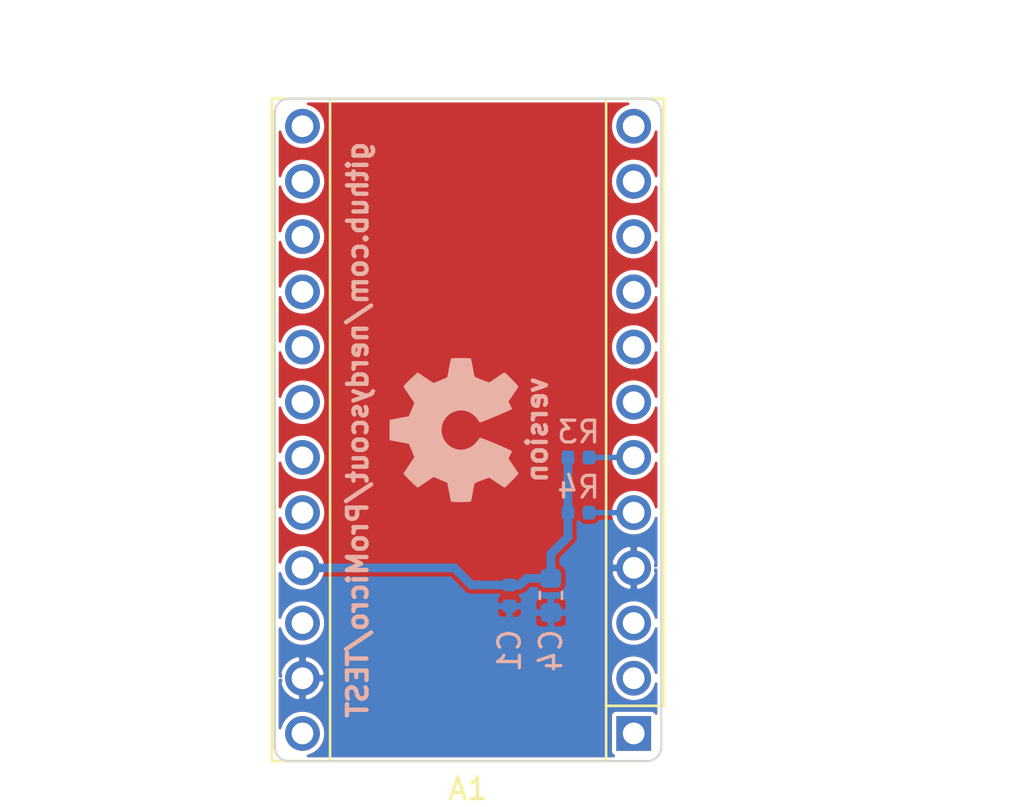
<source format=kicad_pcb>
(kicad_pcb (version 20171130) (host pcbnew 5.1.5)

  (general
    (thickness 0.8)
    (drawings 62)
    (tracks 12)
    (zones 0)
    (modules 6)
    (nets 5)
  )

  (page A4)
  (title_block
    (title ProMicro_TEST)
    (date 2020-07-12)
    (rev v1.0)
    (company https://twitter.com/nerdyscout84)
    (comment 1 "CERN Open Hardware Licence v1.2 ")
    (comment 2 http://github.com/nerdyscout/ProMicro)
  )

  (layers
    (0 F.Cu mixed)
    (31 B.Cu mixed)
    (32 B.Adhes user)
    (33 F.Adhes user)
    (34 B.Paste user)
    (35 F.Paste user)
    (36 B.SilkS user)
    (37 F.SilkS user)
    (38 B.Mask user)
    (39 F.Mask user)
    (40 Dwgs.User user)
    (41 Cmts.User user)
    (42 Eco1.User user)
    (43 Eco2.User user)
    (44 Edge.Cuts user)
    (45 Margin user)
    (46 B.CrtYd user)
    (47 F.CrtYd user)
    (48 B.Fab user)
    (49 F.Fab user)
  )

  (setup
    (last_trace_width 0.25)
    (user_trace_width 0.1)
    (user_trace_width 0.2)
    (user_trace_width 0.25)
    (user_trace_width 0.4)
    (trace_clearance 0.2)
    (zone_clearance 0.125)
    (zone_45_only no)
    (trace_min 0.1)
    (via_size 0.5)
    (via_drill 0.2)
    (via_min_size 0.45)
    (via_min_drill 0.2)
    (user_via 0.45 0.2)
    (user_via 0.5 0.2)
    (user_via 0.6 0.3)
    (uvia_size 0.3)
    (uvia_drill 0.1)
    (uvias_allowed no)
    (uvia_min_size 0.2)
    (uvia_min_drill 0.1)
    (edge_width 0.05)
    (segment_width 0.2)
    (pcb_text_width 0.3)
    (pcb_text_size 1.5 1.5)
    (mod_edge_width 0.12)
    (mod_text_size 1 1)
    (mod_text_width 0.15)
    (pad_size 1.524 1.524)
    (pad_drill 0.762)
    (pad_to_mask_clearance 0)
    (aux_axis_origin 152.4 114.3)
    (grid_origin 152.4 114.3)
    (visible_elements FFFFFF7F)
    (pcbplotparams
      (layerselection 0x010fc_ffffffff)
      (usegerberextensions false)
      (usegerberattributes false)
      (usegerberadvancedattributes false)
      (creategerberjobfile false)
      (excludeedgelayer true)
      (linewidth 0.100000)
      (plotframeref false)
      (viasonmask false)
      (mode 1)
      (useauxorigin false)
      (hpglpennumber 1)
      (hpglpenspeed 20)
      (hpglpendiameter 15.000000)
      (psnegative false)
      (psa4output false)
      (plotreference true)
      (plotvalue true)
      (plotinvisibletext false)
      (padsonsilk false)
      (subtractmaskfromsilk false)
      (outputformat 1)
      (mirror false)
      (drillshape 1)
      (scaleselection 1)
      (outputdirectory ""))
  )

  (net 0 "")
  (net 1 GND)
  (net 2 +3V3)
  (net 3 SCL)
  (net 4 SDA)

  (net_class Default "This is the default net class."
    (clearance 0.2)
    (trace_width 0.25)
    (via_dia 0.5)
    (via_drill 0.2)
    (uvia_dia 0.3)
    (uvia_drill 0.1)
    (add_net SCL)
    (add_net SDA)
  )

  (net_class Power ""
    (clearance 0.2)
    (trace_width 0.4)
    (via_dia 0.6)
    (via_drill 0.3)
    (uvia_dia 0.3)
    (uvia_drill 0.1)
    (add_net +3V3)
    (add_net GND)
  )

  (net_class small ""
    (clearance 0.2)
    (trace_width 0.2)
    (via_dia 0.5)
    (via_drill 0.2)
    (uvia_dia 0.3)
    (uvia_drill 0.1)
  )

  (net_class tiny ""
    (clearance 0.1)
    (trace_width 0.1)
    (via_dia 0.45)
    (via_drill 0.2)
    (uvia_dia 0.3)
    (uvia_drill 0.1)
  )

  (module Module:Sparkfun_Pro_Micro (layer F.Cu) (tedit 5D5AC4F8) (tstamp 5F2FAF60)
    (at 152.4 114.3 180)
    (descr "Sparkfun Pro Micro, https://www.sparkfun.com/products/12587")
    (tags "Sparkfun Pro Micro")
    (path /5F266A14)
    (fp_text reference A1 (at 7.62 -2.54) (layer F.SilkS)
      (effects (font (size 1 1) (thickness 0.15)))
    )
    (fp_text value Sparkfun_Pro_Micro_3V3 (at 8.89 13.97 90) (layer F.Fab)
      (effects (font (size 1 1) (thickness 0.15)))
    )
    (fp_text user %R (at 6.096 13.97 90) (layer F.Fab)
      (effects (font (size 1 1) (thickness 0.15)))
    )
    (fp_line (start -1.4 1.27) (end -1.4 29.21) (layer F.SilkS) (width 0.12))
    (fp_line (start 13.97 -1.27) (end 13.97 29.21) (layer F.SilkS) (width 0.12))
    (fp_line (start 1.27 1.27) (end -1.4 1.27) (layer F.SilkS) (width 0.12))
    (fp_line (start 1.27 -1.27) (end 1.27 29.21) (layer F.SilkS) (width 0.12))
    (fp_line (start -1.4 29.21) (end 16.64 29.21) (layer F.SilkS) (width 0.12))
    (fp_line (start 16.64 29.21) (end 16.64 -1.27) (layer F.SilkS) (width 0.12))
    (fp_line (start 16.64 -1.27) (end 1.27 -1.27) (layer F.SilkS) (width 0.12))
    (fp_line (start 16.5 29.05) (end -1.27 29.05) (layer F.Fab) (width 0.1))
    (fp_line (start -1.27 29.05) (end -1.27 -0.6) (layer F.Fab) (width 0.1))
    (fp_line (start -0.8 -1.1) (end -1.27 -0.6) (layer F.Fab) (width 0.1))
    (fp_line (start -0.8 -1.1) (end 16.5 -1.1) (layer F.Fab) (width 0.1))
    (fp_line (start 16.5 -1.1) (end 16.5 29.05) (layer F.Fab) (width 0.1))
    (fp_line (start -1.5 -1.5) (end 16.8 -1.5) (layer F.CrtYd) (width 0.05))
    (fp_line (start -1.5 -1.5) (end -1.5 29.3) (layer F.CrtYd) (width 0.05))
    (fp_line (start 16.8 29.3) (end 16.8 -1.5) (layer F.CrtYd) (width 0.05))
    (fp_line (start 16.8 29.3) (end -1.5 29.3) (layer F.CrtYd) (width 0.05))
    (pad 24 thru_hole oval (at 15.24 0 180) (size 1.6 1.6) (drill 1) (layers *.Cu *.Mask))
    (pad 23 thru_hole oval (at 15.24 2.54 180) (size 1.6 1.6) (drill 1) (layers *.Cu *.Mask)
      (net 1 GND))
    (pad 22 thru_hole oval (at 15.24 5.08 180) (size 1.6 1.6) (drill 1) (layers *.Cu *.Mask))
    (pad 12 thru_hole oval (at 0 27.94 180) (size 1.6 1.6) (drill 1) (layers *.Cu *.Mask))
    (pad 21 thru_hole oval (at 15.24 7.62 180) (size 1.6 1.6) (drill 1) (layers *.Cu *.Mask)
      (net 2 +3V3))
    (pad 11 thru_hole oval (at 0 25.4 180) (size 1.6 1.6) (drill 1) (layers *.Cu *.Mask))
    (pad 20 thru_hole oval (at 15.24 10.16 180) (size 1.6 1.6) (drill 1) (layers *.Cu *.Mask))
    (pad 10 thru_hole oval (at 0 22.86 180) (size 1.6 1.6) (drill 1) (layers *.Cu *.Mask))
    (pad 19 thru_hole oval (at 15.24 12.7 180) (size 1.6 1.6) (drill 1) (layers *.Cu *.Mask))
    (pad 9 thru_hole oval (at 0 20.32 180) (size 1.6 1.6) (drill 1) (layers *.Cu *.Mask))
    (pad 18 thru_hole oval (at 15.24 15.24 180) (size 1.6 1.6) (drill 1) (layers *.Cu *.Mask))
    (pad 8 thru_hole oval (at 0 17.78 180) (size 1.6 1.6) (drill 1) (layers *.Cu *.Mask))
    (pad 17 thru_hole oval (at 15.24 17.78 180) (size 1.6 1.6) (drill 1) (layers *.Cu *.Mask))
    (pad 7 thru_hole oval (at 0 15.24 180) (size 1.6 1.6) (drill 1) (layers *.Cu *.Mask))
    (pad 16 thru_hole oval (at 15.24 20.32 180) (size 1.6 1.6) (drill 1) (layers *.Cu *.Mask))
    (pad 6 thru_hole oval (at 0 12.7 180) (size 1.6 1.6) (drill 1) (layers *.Cu *.Mask)
      (net 3 SCL))
    (pad 15 thru_hole oval (at 15.24 22.86 180) (size 1.6 1.6) (drill 1) (layers *.Cu *.Mask))
    (pad 5 thru_hole oval (at 0 10.16 180) (size 1.6 1.6) (drill 1) (layers *.Cu *.Mask)
      (net 4 SDA))
    (pad 14 thru_hole oval (at 15.24 25.4 180) (size 1.6 1.6) (drill 1) (layers *.Cu *.Mask))
    (pad 4 thru_hole oval (at 0 7.62 180) (size 1.6 1.6) (drill 1) (layers *.Cu *.Mask)
      (net 1 GND))
    (pad 13 thru_hole oval (at 15.24 27.94 180) (size 1.6 1.6) (drill 1) (layers *.Cu *.Mask))
    (pad 3 thru_hole oval (at 0 5.08 180) (size 1.6 1.6) (drill 1) (layers *.Cu *.Mask))
    (pad 2 thru_hole oval (at 0 2.54 180) (size 1.6 1.6) (drill 1) (layers *.Cu *.Mask))
    (pad 1 thru_hole rect (at 0 0 180) (size 1.6 1.6) (drill 1) (layers *.Cu *.Mask))
    (model ${KISYS3DMOD}/Module.3dshapes/Sparkfun_Pro_Micro.wrl
      (at (xyz 0 0 0))
      (scale (xyz 1 1 1))
      (rotate (xyz 0 0 0))
    )
  )

  (module Symbol:OSHW-Symbol_6.7x6mm_SilkScreen (layer B.Cu) (tedit 0) (tstamp 5E6C9073)
    (at 144.145 100.33 270)
    (descr "Open Source Hardware Symbol")
    (tags "Logo Symbol OSHW")
    (path /5E25FD05)
    (attr virtual)
    (fp_text reference LOGO1 (at 0 0 90) (layer B.SilkS) hide
      (effects (font (size 1 1) (thickness 0.15)) (justify mirror))
    )
    (fp_text value Logo_Open_Hardware_Small (at 0.75 0 90) (layer B.Fab) hide
      (effects (font (size 1 1) (thickness 0.15)) (justify mirror))
    )
    (fp_poly (pts (xy 0.555814 2.531069) (xy 0.639635 2.086445) (xy 0.94892 1.958947) (xy 1.258206 1.831449)
      (xy 1.629246 2.083754) (xy 1.733157 2.154004) (xy 1.827087 2.216728) (xy 1.906652 2.269062)
      (xy 1.96747 2.308143) (xy 2.005157 2.331107) (xy 2.015421 2.336058) (xy 2.03391 2.323324)
      (xy 2.07342 2.288118) (xy 2.129522 2.234938) (xy 2.197787 2.168282) (xy 2.273786 2.092646)
      (xy 2.353092 2.012528) (xy 2.431275 1.932426) (xy 2.503907 1.856836) (xy 2.566559 1.790255)
      (xy 2.614803 1.737182) (xy 2.64421 1.702113) (xy 2.651241 1.690377) (xy 2.641123 1.66874)
      (xy 2.612759 1.621338) (xy 2.569129 1.552807) (xy 2.513218 1.467785) (xy 2.448006 1.370907)
      (xy 2.410219 1.31565) (xy 2.341343 1.214752) (xy 2.28014 1.123701) (xy 2.229578 1.04703)
      (xy 2.192628 0.989272) (xy 2.172258 0.954957) (xy 2.169197 0.947746) (xy 2.176136 0.927252)
      (xy 2.195051 0.879487) (xy 2.223087 0.811168) (xy 2.257391 0.729011) (xy 2.295109 0.63973)
      (xy 2.333387 0.550042) (xy 2.36937 0.466662) (xy 2.400206 0.396306) (xy 2.423039 0.34569)
      (xy 2.435017 0.321529) (xy 2.435724 0.320578) (xy 2.454531 0.315964) (xy 2.504618 0.305672)
      (xy 2.580793 0.290713) (xy 2.677865 0.272099) (xy 2.790643 0.250841) (xy 2.856442 0.238582)
      (xy 2.97695 0.215638) (xy 3.085797 0.193805) (xy 3.177476 0.174278) (xy 3.246481 0.158252)
      (xy 3.287304 0.146921) (xy 3.295511 0.143326) (xy 3.303548 0.118994) (xy 3.310033 0.064041)
      (xy 3.31497 -0.015108) (xy 3.318364 -0.112026) (xy 3.320218 -0.220287) (xy 3.320538 -0.333465)
      (xy 3.319327 -0.445135) (xy 3.31659 -0.548868) (xy 3.312331 -0.638241) (xy 3.306555 -0.706826)
      (xy 3.299267 -0.748197) (xy 3.294895 -0.75681) (xy 3.268764 -0.767133) (xy 3.213393 -0.781892)
      (xy 3.136107 -0.799352) (xy 3.04423 -0.81778) (xy 3.012158 -0.823741) (xy 2.857524 -0.852066)
      (xy 2.735375 -0.874876) (xy 2.641673 -0.89308) (xy 2.572384 -0.907583) (xy 2.523471 -0.919292)
      (xy 2.490897 -0.929115) (xy 2.470628 -0.937956) (xy 2.458626 -0.946724) (xy 2.456947 -0.948457)
      (xy 2.440184 -0.976371) (xy 2.414614 -1.030695) (xy 2.382788 -1.104777) (xy 2.34726 -1.191965)
      (xy 2.310583 -1.285608) (xy 2.275311 -1.379052) (xy 2.243996 -1.465647) (xy 2.219193 -1.53874)
      (xy 2.203454 -1.591678) (xy 2.199332 -1.617811) (xy 2.199676 -1.618726) (xy 2.213641 -1.640086)
      (xy 2.245322 -1.687084) (xy 2.291391 -1.754827) (xy 2.348518 -1.838423) (xy 2.413373 -1.932982)
      (xy 2.431843 -1.959854) (xy 2.497699 -2.057275) (xy 2.55565 -2.146163) (xy 2.602538 -2.221412)
      (xy 2.635207 -2.27792) (xy 2.6505 -2.310581) (xy 2.651241 -2.314593) (xy 2.638392 -2.335684)
      (xy 2.602888 -2.377464) (xy 2.549293 -2.435445) (xy 2.482171 -2.505135) (xy 2.406087 -2.582045)
      (xy 2.325604 -2.661683) (xy 2.245287 -2.739561) (xy 2.169699 -2.811186) (xy 2.103405 -2.87207)
      (xy 2.050969 -2.917721) (xy 2.016955 -2.94365) (xy 2.007545 -2.947883) (xy 1.985643 -2.937912)
      (xy 1.9408 -2.91102) (xy 1.880321 -2.871736) (xy 1.833789 -2.840117) (xy 1.749475 -2.782098)
      (xy 1.649626 -2.713784) (xy 1.549473 -2.645579) (xy 1.495627 -2.609075) (xy 1.313371 -2.4858)
      (xy 1.160381 -2.56852) (xy 1.090682 -2.604759) (xy 1.031414 -2.632926) (xy 0.991311 -2.648991)
      (xy 0.981103 -2.651226) (xy 0.968829 -2.634722) (xy 0.944613 -2.588082) (xy 0.910263 -2.515609)
      (xy 0.867588 -2.421606) (xy 0.818394 -2.310374) (xy 0.76449 -2.186215) (xy 0.707684 -2.053432)
      (xy 0.649782 -1.916327) (xy 0.592593 -1.779202) (xy 0.537924 -1.646358) (xy 0.487584 -1.522098)
      (xy 0.44338 -1.410725) (xy 0.407119 -1.316539) (xy 0.380609 -1.243844) (xy 0.365658 -1.196941)
      (xy 0.363254 -1.180833) (xy 0.382311 -1.160286) (xy 0.424036 -1.126933) (xy 0.479706 -1.087702)
      (xy 0.484378 -1.084599) (xy 0.628264 -0.969423) (xy 0.744283 -0.835053) (xy 0.83143 -0.685784)
      (xy 0.888699 -0.525913) (xy 0.915086 -0.359737) (xy 0.909585 -0.191552) (xy 0.87119 -0.025655)
      (xy 0.798895 0.133658) (xy 0.777626 0.168513) (xy 0.666996 0.309263) (xy 0.536302 0.422286)
      (xy 0.390064 0.506997) (xy 0.232808 0.562806) (xy 0.069057 0.589126) (xy -0.096667 0.58537)
      (xy -0.259838 0.55095) (xy -0.415935 0.485277) (xy -0.560433 0.387765) (xy -0.605131 0.348187)
      (xy -0.718888 0.224297) (xy -0.801782 0.093876) (xy -0.858644 -0.052315) (xy -0.890313 -0.197088)
      (xy -0.898131 -0.35986) (xy -0.872062 -0.52344) (xy -0.814755 -0.682298) (xy -0.728856 -0.830906)
      (xy -0.617014 -0.963735) (xy -0.481877 -1.075256) (xy -0.464117 -1.087011) (xy -0.40785 -1.125508)
      (xy -0.365077 -1.158863) (xy -0.344628 -1.18016) (xy -0.344331 -1.180833) (xy -0.348721 -1.203871)
      (xy -0.366124 -1.256157) (xy -0.394732 -1.33339) (xy -0.432735 -1.431268) (xy -0.478326 -1.545491)
      (xy -0.529697 -1.671758) (xy -0.585038 -1.805767) (xy -0.642542 -1.943218) (xy -0.700399 -2.079808)
      (xy -0.756802 -2.211237) (xy -0.809942 -2.333205) (xy -0.85801 -2.441409) (xy -0.899199 -2.531549)
      (xy -0.931699 -2.599323) (xy -0.953703 -2.64043) (xy -0.962564 -2.651226) (xy -0.98964 -2.642819)
      (xy -1.040303 -2.620272) (xy -1.105817 -2.587613) (xy -1.141841 -2.56852) (xy -1.294832 -2.4858)
      (xy -1.477088 -2.609075) (xy -1.570125 -2.672228) (xy -1.671985 -2.741727) (xy -1.767438 -2.807165)
      (xy -1.81525 -2.840117) (xy -1.882495 -2.885273) (xy -1.939436 -2.921057) (xy -1.978646 -2.942938)
      (xy -1.991381 -2.947563) (xy -2.009917 -2.935085) (xy -2.050941 -2.900252) (xy -2.110475 -2.846678)
      (xy -2.184542 -2.777983) (xy -2.269165 -2.697781) (xy -2.322685 -2.646286) (xy -2.416319 -2.554286)
      (xy -2.497241 -2.471999) (xy -2.562177 -2.402945) (xy -2.607858 -2.350644) (xy -2.631011 -2.318616)
      (xy -2.633232 -2.312116) (xy -2.622924 -2.287394) (xy -2.594439 -2.237405) (xy -2.550937 -2.167212)
      (xy -2.495577 -2.081875) (xy -2.43152 -1.986456) (xy -2.413303 -1.959854) (xy -2.346927 -1.863167)
      (xy -2.287378 -1.776117) (xy -2.237984 -1.703595) (xy -2.202075 -1.650493) (xy -2.182981 -1.621703)
      (xy -2.181136 -1.618726) (xy -2.183895 -1.595782) (xy -2.198538 -1.545336) (xy -2.222513 -1.474041)
      (xy -2.253266 -1.388547) (xy -2.288244 -1.295507) (xy -2.324893 -1.201574) (xy -2.360661 -1.113399)
      (xy -2.392994 -1.037634) (xy -2.419338 -0.980931) (xy -2.437142 -0.949943) (xy -2.438407 -0.948457)
      (xy -2.449294 -0.939601) (xy -2.467682 -0.930843) (xy -2.497606 -0.921277) (xy -2.543103 -0.909996)
      (xy -2.608209 -0.896093) (xy -2.696961 -0.878663) (xy -2.813393 -0.856798) (xy -2.961542 -0.829591)
      (xy -2.993618 -0.823741) (xy -3.088686 -0.805374) (xy -3.171565 -0.787405) (xy -3.23493 -0.771569)
      (xy -3.271458 -0.7596) (xy -3.276356 -0.75681) (xy -3.284427 -0.732072) (xy -3.290987 -0.67679)
      (xy -3.296033 -0.597389) (xy -3.299559 -0.500296) (xy -3.301561 -0.391938) (xy -3.302036 -0.27874)
      (xy -3.300977 -0.167128) (xy -3.298382 -0.063529) (xy -3.294246 0.025632) (xy -3.288563 0.093928)
      (xy -3.281331 0.134934) (xy -3.276971 0.143326) (xy -3.252698 0.151792) (xy -3.197426 0.165565)
      (xy -3.116662 0.18345) (xy -3.015912 0.204252) (xy -2.900683 0.226777) (xy -2.837902 0.238582)
      (xy -2.718787 0.260849) (xy -2.612565 0.281021) (xy -2.524427 0.298085) (xy -2.459566 0.311031)
      (xy -2.423174 0.318845) (xy -2.417184 0.320578) (xy -2.407061 0.34011) (xy -2.385662 0.387157)
      (xy -2.355839 0.454997) (xy -2.320445 0.536909) (xy -2.282332 0.626172) (xy -2.244353 0.716065)
      (xy -2.20936 0.799865) (xy -2.180206 0.870853) (xy -2.159743 0.922306) (xy -2.150823 0.947503)
      (xy -2.150657 0.948604) (xy -2.160769 0.968481) (xy -2.189117 1.014223) (xy -2.232723 1.081283)
      (xy -2.288606 1.165116) (xy -2.353787 1.261174) (xy -2.391679 1.31635) (xy -2.460725 1.417519)
      (xy -2.52205 1.50937) (xy -2.572663 1.587256) (xy -2.609571 1.646531) (xy -2.629782 1.682549)
      (xy -2.632701 1.690623) (xy -2.620153 1.709416) (xy -2.585463 1.749543) (xy -2.533063 1.806507)
      (xy -2.467384 1.875815) (xy -2.392856 1.952969) (xy -2.313913 2.033475) (xy -2.234983 2.112837)
      (xy -2.1605 2.18656) (xy -2.094894 2.250148) (xy -2.042596 2.299106) (xy -2.008039 2.328939)
      (xy -1.996478 2.336058) (xy -1.977654 2.326047) (xy -1.932631 2.297922) (xy -1.865787 2.254546)
      (xy -1.781499 2.198782) (xy -1.684144 2.133494) (xy -1.610707 2.083754) (xy -1.239667 1.831449)
      (xy -0.621095 2.086445) (xy -0.537275 2.531069) (xy -0.453454 2.975693) (xy 0.471994 2.975693)
      (xy 0.555814 2.531069)) (layer B.SilkS) (width 0.01))
  )

  (module Resistor_SMD:R_0402_1005Metric (layer B.Cu) (tedit 5B301BBD) (tstamp 5E6C9237)
    (at 149.86 104.14 180)
    (descr "Resistor SMD 0402 (1005 Metric), square (rectangular) end terminal, IPC_7351 nominal, (Body size source: http://www.tortai-tech.com/upload/download/2011102023233369053.pdf), generated with kicad-footprint-generator")
    (tags resistor)
    (path /5E1CCA3B)
    (attr smd)
    (fp_text reference R4 (at 0 1.17) (layer B.SilkS)
      (effects (font (size 1 1) (thickness 0.15)) (justify mirror))
    )
    (fp_text value 4k7 (at 0 -1.17) (layer B.Fab) hide
      (effects (font (size 1 1) (thickness 0.15)) (justify mirror))
    )
    (fp_text user %R (at 0 0) (layer B.Fab)
      (effects (font (size 0.25 0.25) (thickness 0.04)) (justify mirror))
    )
    (fp_line (start 0.93 -0.47) (end -0.93 -0.47) (layer B.CrtYd) (width 0.05))
    (fp_line (start 0.93 0.47) (end 0.93 -0.47) (layer B.CrtYd) (width 0.05))
    (fp_line (start -0.93 0.47) (end 0.93 0.47) (layer B.CrtYd) (width 0.05))
    (fp_line (start -0.93 -0.47) (end -0.93 0.47) (layer B.CrtYd) (width 0.05))
    (fp_line (start 0.5 -0.25) (end -0.5 -0.25) (layer B.Fab) (width 0.1))
    (fp_line (start 0.5 0.25) (end 0.5 -0.25) (layer B.Fab) (width 0.1))
    (fp_line (start -0.5 0.25) (end 0.5 0.25) (layer B.Fab) (width 0.1))
    (fp_line (start -0.5 -0.25) (end -0.5 0.25) (layer B.Fab) (width 0.1))
    (pad 2 smd roundrect (at 0.485 0 180) (size 0.59 0.64) (layers B.Cu B.Paste B.Mask) (roundrect_rratio 0.25)
      (net 2 +3V3))
    (pad 1 smd roundrect (at -0.485 0 180) (size 0.59 0.64) (layers B.Cu B.Paste B.Mask) (roundrect_rratio 0.25)
      (net 4 SDA))
    (model ${KISYS3DMOD}/Resistor_SMD.3dshapes/R_0402_1005Metric.wrl
      (at (xyz 0 0 0))
      (scale (xyz 1 1 1))
      (rotate (xyz 0 0 0))
    )
  )

  (module Resistor_SMD:R_0402_1005Metric (layer B.Cu) (tedit 5B301BBD) (tstamp 5E6C9261)
    (at 149.86 101.6 180)
    (descr "Resistor SMD 0402 (1005 Metric), square (rectangular) end terminal, IPC_7351 nominal, (Body size source: http://www.tortai-tech.com/upload/download/2011102023233369053.pdf), generated with kicad-footprint-generator")
    (tags resistor)
    (path /5E1CDFEB)
    (attr smd)
    (fp_text reference R3 (at 0 1.17) (layer B.SilkS)
      (effects (font (size 1 1) (thickness 0.15)) (justify mirror))
    )
    (fp_text value 4k7 (at 0 -1.17) (layer B.Fab) hide
      (effects (font (size 1 1) (thickness 0.15)) (justify mirror))
    )
    (fp_text user %R (at 0 0) (layer B.Fab)
      (effects (font (size 0.25 0.25) (thickness 0.04)) (justify mirror))
    )
    (fp_line (start 0.93 -0.47) (end -0.93 -0.47) (layer B.CrtYd) (width 0.05))
    (fp_line (start 0.93 0.47) (end 0.93 -0.47) (layer B.CrtYd) (width 0.05))
    (fp_line (start -0.93 0.47) (end 0.93 0.47) (layer B.CrtYd) (width 0.05))
    (fp_line (start -0.93 -0.47) (end -0.93 0.47) (layer B.CrtYd) (width 0.05))
    (fp_line (start 0.5 -0.25) (end -0.5 -0.25) (layer B.Fab) (width 0.1))
    (fp_line (start 0.5 0.25) (end 0.5 -0.25) (layer B.Fab) (width 0.1))
    (fp_line (start -0.5 0.25) (end 0.5 0.25) (layer B.Fab) (width 0.1))
    (fp_line (start -0.5 -0.25) (end -0.5 0.25) (layer B.Fab) (width 0.1))
    (pad 2 smd roundrect (at 0.485 0 180) (size 0.59 0.64) (layers B.Cu B.Paste B.Mask) (roundrect_rratio 0.25)
      (net 2 +3V3))
    (pad 1 smd roundrect (at -0.485 0 180) (size 0.59 0.64) (layers B.Cu B.Paste B.Mask) (roundrect_rratio 0.25)
      (net 3 SCL))
    (model ${KISYS3DMOD}/Resistor_SMD.3dshapes/R_0402_1005Metric.wrl
      (at (xyz 0 0 0))
      (scale (xyz 1 1 1))
      (rotate (xyz 0 0 0))
    )
  )

  (module Capacitor_SMD:C_0603_1608Metric (layer B.Cu) (tedit 5B301BBE) (tstamp 5E6C91D9)
    (at 148.59 107.95 270)
    (descr "Capacitor SMD 0603 (1608 Metric), square (rectangular) end terminal, IPC_7351 nominal, (Body size source: http://www.tortai-tech.com/upload/download/2011102023233369053.pdf), generated with kicad-footprint-generator")
    (tags capacitor)
    (path /5E1C212C)
    (attr smd)
    (fp_text reference C4 (at 2.54 0 270) (layer B.SilkS)
      (effects (font (size 1 1) (thickness 0.15)) (justify mirror))
    )
    (fp_text value 10µ (at 0 0 270) (layer B.Fab) hide
      (effects (font (size 1 1) (thickness 0.15)) (justify mirror))
    )
    (fp_text user %R (at 0 0 270) (layer B.Fab)
      (effects (font (size 0.4 0.4) (thickness 0.06)) (justify mirror))
    )
    (fp_line (start 1.48 -0.73) (end -1.48 -0.73) (layer B.CrtYd) (width 0.05))
    (fp_line (start 1.48 0.73) (end 1.48 -0.73) (layer B.CrtYd) (width 0.05))
    (fp_line (start -1.48 0.73) (end 1.48 0.73) (layer B.CrtYd) (width 0.05))
    (fp_line (start -1.48 -0.73) (end -1.48 0.73) (layer B.CrtYd) (width 0.05))
    (fp_line (start -0.162779 -0.51) (end 0.162779 -0.51) (layer B.SilkS) (width 0.12))
    (fp_line (start -0.162779 0.51) (end 0.162779 0.51) (layer B.SilkS) (width 0.12))
    (fp_line (start 0.8 -0.4) (end -0.8 -0.4) (layer B.Fab) (width 0.1))
    (fp_line (start 0.8 0.4) (end 0.8 -0.4) (layer B.Fab) (width 0.1))
    (fp_line (start -0.8 0.4) (end 0.8 0.4) (layer B.Fab) (width 0.1))
    (fp_line (start -0.8 -0.4) (end -0.8 0.4) (layer B.Fab) (width 0.1))
    (pad 2 smd roundrect (at 0.7875 0 270) (size 0.875 0.95) (layers B.Cu B.Paste B.Mask) (roundrect_rratio 0.25)
      (net 1 GND))
    (pad 1 smd roundrect (at -0.7875 0 270) (size 0.875 0.95) (layers B.Cu B.Paste B.Mask) (roundrect_rratio 0.25)
      (net 2 +3V3))
    (model ${KISYS3DMOD}/Capacitor_SMD.3dshapes/C_0603_1608Metric.wrl
      (at (xyz 0 0 0))
      (scale (xyz 1 1 1))
      (rotate (xyz 0 0 0))
    )
  )

  (module Capacitor_SMD:C_0402_1005Metric (layer B.Cu) (tedit 5B301BBE) (tstamp 5E6C9207)
    (at 146.685 107.95 270)
    (descr "Capacitor SMD 0402 (1005 Metric), square (rectangular) end terminal, IPC_7351 nominal, (Body size source: http://www.tortai-tech.com/upload/download/2011102023233369053.pdf), generated with kicad-footprint-generator")
    (tags capacitor)
    (path /5E12F3AD)
    (attr smd)
    (fp_text reference C1 (at 2.54 0 270) (layer B.SilkS)
      (effects (font (size 1 1) (thickness 0.15)) (justify mirror))
    )
    (fp_text value 100n (at 0 0 270) (layer B.Fab) hide
      (effects (font (size 1 1) (thickness 0.15)) (justify mirror))
    )
    (fp_text user %R (at 0 0 270) (layer B.Fab)
      (effects (font (size 0.25 0.25) (thickness 0.04)) (justify mirror))
    )
    (fp_line (start 0.93 -0.47) (end -0.93 -0.47) (layer B.CrtYd) (width 0.05))
    (fp_line (start 0.93 0.47) (end 0.93 -0.47) (layer B.CrtYd) (width 0.05))
    (fp_line (start -0.93 0.47) (end 0.93 0.47) (layer B.CrtYd) (width 0.05))
    (fp_line (start -0.93 -0.47) (end -0.93 0.47) (layer B.CrtYd) (width 0.05))
    (fp_line (start 0.5 -0.25) (end -0.5 -0.25) (layer B.Fab) (width 0.1))
    (fp_line (start 0.5 0.25) (end 0.5 -0.25) (layer B.Fab) (width 0.1))
    (fp_line (start -0.5 0.25) (end 0.5 0.25) (layer B.Fab) (width 0.1))
    (fp_line (start -0.5 -0.25) (end -0.5 0.25) (layer B.Fab) (width 0.1))
    (pad 2 smd roundrect (at 0.485 0 270) (size 0.59 0.64) (layers B.Cu B.Paste B.Mask) (roundrect_rratio 0.25)
      (net 1 GND))
    (pad 1 smd roundrect (at -0.485 0 270) (size 0.59 0.64) (layers B.Cu B.Paste B.Mask) (roundrect_rratio 0.25)
      (net 2 +3V3))
    (model ${KISYS3DMOD}/Capacitor_SMD.3dshapes/C_0402_1005Metric.wrl
      (at (xyz 0 0 0))
      (scale (xyz 1 1 1))
      (rotate (xyz 0 0 0))
    )
  )

  (gr_line (start 153.67 85.725) (end 153.67 114.935) (layer Edge.Cuts) (width 0.1) (tstamp 5E767C3F))
  (gr_line (start 135.89 114.935) (end 135.89 85.725) (layer Edge.Cuts) (width 0.1) (tstamp 5E767C1A))
  (gr_line (start 128.397 85.09) (end 128.397 90.17) (layer Cmts.User) (width 0.15) (tstamp 5E6C909E))
  (gr_line (start 123.317 85.09) (end 128.397 85.09) (layer Cmts.User) (width 0.15) (tstamp 5E6C905C))
  (gr_line (start 123.317 90.17) (end 123.317 85.09) (layer Cmts.User) (width 0.15) (tstamp 5E6C9143))
  (gr_line (start 128.397 90.17) (end 123.317 90.17) (layer Cmts.User) (width 0.15) (tstamp 5E6C9224))
  (gr_line (start 123.317 95.25) (end 128.397 95.25) (layer Cmts.User) (width 0.15) (tstamp 5E6C9281))
  (gr_line (start 123.317 100.33) (end 123.317 95.25) (layer Cmts.User) (width 0.15) (tstamp 5E6C927E))
  (gr_line (start 128.397 100.33) (end 123.317 100.33) (layer Cmts.User) (width 0.15) (tstamp 5E6C9227))
  (gr_line (start 128.397 95.25) (end 128.397 100.33) (layer Cmts.User) (width 0.15) (tstamp 5E6C90EC))
  (gr_line (start 170.307 115.57) (end 170.307 105.41) (layer Cmts.User) (width 0.15) (tstamp 5E6C90E9))
  (gr_line (start 165.227 115.57) (end 170.307 115.57) (layer Cmts.User) (width 0.15) (tstamp 5E6C90E6))
  (gr_line (start 165.227 105.41) (end 165.227 115.57) (layer Cmts.User) (width 0.15) (tstamp 5E6C90E3))
  (gr_line (start 170.307 95.25) (end 165.227 95.25) (layer Cmts.User) (width 0.15) (tstamp 5E6C90E0))
  (gr_line (start 170.307 105.41) (end 170.307 95.25) (layer Cmts.User) (width 0.15) (tstamp 5E6C90DA))
  (gr_line (start 165.227 105.41) (end 170.307 105.41) (layer Cmts.User) (width 0.15) (tstamp 5E6C90D7))
  (gr_line (start 165.227 95.25) (end 165.227 105.41) (layer Cmts.User) (width 0.15) (tstamp 5E6C90D4))
  (gr_text TCK (at 167.767 96.52) (layer Cmts.User) (tstamp 5E6C90D1)
    (effects (font (size 1 1) (thickness 0.15)))
  )
  (gr_text TDO (at 167.767 101.6) (layer Cmts.User) (tstamp 5E6C90CE)
    (effects (font (size 1 1) (thickness 0.15)))
  )
  (gr_text TMS (at 167.767 99.06) (layer Cmts.User) (tstamp 5E6C90CB)
    (effects (font (size 1 1) (thickness 0.15)))
  )
  (gr_text TDI (at 167.767 104.14) (layer Cmts.User) (tstamp 5E6C90C8)
    (effects (font (size 1 1) (thickness 0.15)))
  )
  (gr_text CS0 (at 167.767 114.3) (layer Cmts.User) (tstamp 5E6C90C5)
    (effects (font (size 1 1) (thickness 0.15)))
  )
  (gr_text MISO (at 167.767 109.22) (layer Cmts.User) (tstamp 5E6C90C2)
    (effects (font (size 1 1) (thickness 0.15)))
  )
  (gr_text MOSI (at 167.767 111.76) (layer Cmts.User) (tstamp 5E6C90BF)
    (effects (font (size 1 1) (thickness 0.15)))
  )
  (gr_text SCK (at 167.767 106.68) (layer Cmts.User) (tstamp 5E6C90DD)
    (effects (font (size 1 1) (thickness 0.15)))
  )
  (gr_text A1 (at 162.687 101.6) (layer Cmts.User) (tstamp 5E6C9113)
    (effects (font (size 1 1) (thickness 0.15)))
  )
  (gr_text 3V3 (at 162.687 93.98) (layer Cmts.User) (tstamp 5E6C9110)
    (effects (font (size 1 1) (thickness 0.15)))
  )
  (gr_text GND (at 162.687 88.9) (layer Cmts.User) (tstamp 5E6C910D)
    (effects (font (size 1 1) (thickness 0.15)))
  )
  (gr_text ~Reset (at 162.687 91.44) (layer Cmts.User) (tstamp 5E6C910A)
    (effects (font (size 1 1) (thickness 0.15)))
  )
  (gr_text D10 (at 162.687 114.3) (layer Cmts.User) (tstamp 5E6C9107)
    (effects (font (size 1 1) (thickness 0.15)))
  )
  (gr_text A2 (at 162.687 99.06) (layer Cmts.User) (tstamp 5E6C9104)
    (effects (font (size 1 1) (thickness 0.15)))
  )
  (gr_text VCC (at 162.687 86.36) (layer Cmts.User) (tstamp 5E6C9101)
    (effects (font (size 1 1) (thickness 0.15)))
  )
  (gr_text D14 (at 162.687 109.22) (layer Cmts.User) (tstamp 5E6C90FE)
    (effects (font (size 1 1) (thickness 0.15)))
  )
  (gr_text D16 (at 162.687 111.76) (layer Cmts.User) (tstamp 5E6C90FB)
    (effects (font (size 1 1) (thickness 0.15)))
  )
  (gr_text D15 (at 162.687 106.68) (layer Cmts.User) (tstamp 5E6C90F8)
    (effects (font (size 1 1) (thickness 0.15)))
  )
  (gr_text A3 (at 162.687 96.52) (layer Cmts.User) (tstamp 5E6C90F5)
    (effects (font (size 1 1) (thickness 0.15)))
  )
  (gr_text A0 (at 162.687 104.14) (layer Cmts.User) (tstamp 5E6C90F2)
    (effects (font (size 1 1) (thickness 0.15)))
  )
  (gr_text D9 (at 130.937 114.3) (layer Cmts.User) (tstamp 5E6C90EF)
    (effects (font (size 1 1) (thickness 0.15)))
  )
  (gr_text D8 (at 130.937 111.76) (layer Cmts.User) (tstamp 5E6C913A)
    (effects (font (size 1 1) (thickness 0.15)))
  )
  (gr_text D6 (at 130.937 106.68) (layer Cmts.User) (tstamp 5E6C9137)
    (effects (font (size 1 1) (thickness 0.15)))
  )
  (gr_text D7 (at 130.937 109.22) (layer Cmts.User) (tstamp 5E6C9134)
    (effects (font (size 1 1) (thickness 0.15)))
  )
  (gr_text D5 (at 130.937 104.14) (layer Cmts.User) (tstamp 5E6C9131)
    (effects (font (size 1 1) (thickness 0.15)))
  )
  (gr_text D4 (at 130.937 101.6) (layer Cmts.User) (tstamp 5E6C912E)
    (effects (font (size 1 1) (thickness 0.15)))
  )
  (gr_text SCL (at 125.857 99.06) (layer Cmts.User) (tstamp 5E6C912B)
    (effects (font (size 1 1) (thickness 0.15)))
  )
  (gr_text SDA (at 125.857 96.52) (layer Cmts.User) (tstamp 5E6C9128)
    (effects (font (size 1 1) (thickness 0.15)))
  )
  (gr_text D3 (at 130.937 99.06) (layer Cmts.User) (tstamp 5E6C9125)
    (effects (font (size 1 1) (thickness 0.15)))
  )
  (gr_text D2 (at 130.937 96.52) (layer Cmts.User) (tstamp 5E6C9122)
    (effects (font (size 1 1) (thickness 0.15)))
  )
  (gr_text GND (at 130.81 93.98) (layer Cmts.User) (tstamp 5E6C911F)
    (effects (font (size 1 1) (thickness 0.15)))
  )
  (gr_text RXD (at 125.857 88.9) (layer Cmts.User) (tstamp 5E6C911C)
    (effects (font (size 1 1) (thickness 0.15)))
  )
  (gr_text TXD (at 125.857 86.36) (layer Cmts.User) (tstamp 5E6C9119)
    (effects (font (size 1 1) (thickness 0.15)))
  )
  (gr_text D1 (at 130.937 86.36) (layer Cmts.User) (tstamp 5E6C9116)
    (effects (font (size 1 1) (thickness 0.15)))
  )
  (gr_text D0 (at 130.937 88.9) (layer Cmts.User) (tstamp 5E6C90BC)
    (effects (font (size 1 1) (thickness 0.15)))
  )
  (dimension 30.48 (width 0.15) (layer Dwgs.User) (tstamp 5E6C90B7)
    (gr_text "30,480 mm" (at 157.51 100.33 270) (layer Dwgs.User) (tstamp 5E6C90B7)
      (effects (font (size 1 1) (thickness 0.15)))
    )
    (feature1 (pts (xy 152.4 115.57) (xy 156.796421 115.57)))
    (feature2 (pts (xy 152.4 85.09) (xy 156.796421 85.09)))
    (crossbar (pts (xy 156.21 85.09) (xy 156.21 115.57)))
    (arrow1a (pts (xy 156.21 115.57) (xy 155.623579 114.443496)))
    (arrow1b (pts (xy 156.21 115.57) (xy 156.796421 114.443496)))
    (arrow2a (pts (xy 156.21 85.09) (xy 155.623579 86.216504)))
    (arrow2b (pts (xy 156.21 85.09) (xy 156.796421 86.216504)))
  )
  (dimension 17.78 (width 0.15) (layer Dwgs.User) (tstamp 5E6C90AE)
    (gr_text "17,780 mm" (at 144.78 81.25) (layer Dwgs.User) (tstamp 5E6C90AE)
      (effects (font (size 1 1) (thickness 0.15)))
    )
    (feature1 (pts (xy 153.67 86.36) (xy 153.67 81.963579)))
    (feature2 (pts (xy 135.89 86.36) (xy 135.89 81.963579)))
    (crossbar (pts (xy 135.89 82.55) (xy 153.67 82.55)))
    (arrow1a (pts (xy 153.67 82.55) (xy 152.543496 83.136421)))
    (arrow1b (pts (xy 153.67 82.55) (xy 152.543496 81.963579)))
    (arrow2a (pts (xy 135.89 82.55) (xy 137.016504 83.136421)))
    (arrow2b (pts (xy 135.89 82.55) (xy 137.016504 81.963579)))
  )
  (gr_text version (at 147.955 100.33 90) (layer B.SilkS) (tstamp 5E6C90B3)
    (effects (font (size 0.9 0.9) (thickness 0.2)) (justify mirror))
  )
  (gr_text github.com/nerdyscout/ProMicro/TEST (at 139.7 100.33 90) (layer B.SilkS) (tstamp 5E6C90AA)
    (effects (font (size 0.9 0.9) (thickness 0.2)) (justify mirror))
  )
  (gr_arc (start 136.525 114.935) (end 135.89 114.935) (angle -90) (layer Edge.Cuts) (width 0.1) (tstamp 5E6C90A7))
  (gr_arc (start 153.035 114.935) (end 153.035 115.57) (angle -90) (layer Edge.Cuts) (width 0.1) (tstamp 5E6C90A4))
  (gr_arc (start 153.035 85.725) (end 153.67 85.725) (angle -90) (layer Edge.Cuts) (width 0.1) (tstamp 5E6C90A1))
  (gr_arc (start 136.525 85.725) (end 136.525 85.09) (angle -90) (layer Edge.Cuts) (width 0.1) (tstamp 5E6C9059))
  (gr_line (start 153.035 115.57) (end 136.525 115.57) (layer Edge.Cuts) (width 0.1) (tstamp 5E6C9053))
  (gr_line (start 136.525 85.09) (end 153.035 85.09) (layer Edge.Cuts) (width 0.1) (tstamp 5E6C904D))

  (segment (start 137.16 106.68) (end 144.145 106.68) (width 0.4) (layer B.Cu) (net 2))
  (segment (start 144.93 107.465) (end 146.685 107.465) (width 0.4) (layer B.Cu) (net 2))
  (segment (start 144.145 106.68) (end 144.93 107.465) (width 0.4) (layer B.Cu) (net 2))
  (segment (start 146.685 107.465) (end 147.17 107.465) (width 0.4) (layer B.Cu) (net 2))
  (segment (start 147.4725 107.1625) (end 148.59 107.1625) (width 0.4) (layer B.Cu) (net 2))
  (segment (start 147.17 107.465) (end 147.4725 107.1625) (width 0.4) (layer B.Cu) (net 2))
  (segment (start 148.59 107.1625) (end 148.59 106.045) (width 0.4) (layer B.Cu) (net 2))
  (segment (start 149.375 105.26) (end 149.375 104.14) (width 0.4) (layer B.Cu) (net 2))
  (segment (start 148.59 106.045) (end 149.375 105.26) (width 0.4) (layer B.Cu) (net 2))
  (segment (start 149.375 104.14) (end 149.375 101.6) (width 0.4) (layer B.Cu) (net 2))
  (segment (start 150.345 101.6) (end 152.4 101.6) (width 0.25) (layer B.Cu) (net 3))
  (segment (start 150.345 104.14) (end 152.4 104.14) (width 0.25) (layer B.Cu) (net 4))

  (zone (net 1) (net_name GND) (layer F.Cu) (tstamp 5F2D51DF) (hatch edge 0.508)
    (connect_pads (clearance 0.125))
    (min_thickness 0.125)
    (fill yes (arc_segments 32) (thermal_gap 0.2) (thermal_bridge_width 0.3))
    (polygon
      (pts
        (xy 153.67 115.57) (xy 135.89 115.57) (xy 135.89 85.09) (xy 153.67 85.09)
      )
    )
    (filled_polygon
      (pts
        (xy 152.09008 85.338331) (xy 151.896718 85.418425) (xy 151.722696 85.534702) (xy 151.574702 85.682696) (xy 151.458425 85.856718)
        (xy 151.378331 86.05008) (xy 151.3375 86.255353) (xy 151.3375 86.464647) (xy 151.378331 86.66992) (xy 151.458425 86.863282)
        (xy 151.574702 87.037304) (xy 151.722696 87.185298) (xy 151.896718 87.301575) (xy 152.09008 87.381669) (xy 152.295353 87.4225)
        (xy 152.504647 87.4225) (xy 152.70992 87.381669) (xy 152.903282 87.301575) (xy 153.077304 87.185298) (xy 153.225298 87.037304)
        (xy 153.341575 86.863282) (xy 153.421669 86.66992) (xy 153.4325 86.615468) (xy 153.4325 88.644532) (xy 153.421669 88.59008)
        (xy 153.341575 88.396718) (xy 153.225298 88.222696) (xy 153.077304 88.074702) (xy 152.903282 87.958425) (xy 152.70992 87.878331)
        (xy 152.504647 87.8375) (xy 152.295353 87.8375) (xy 152.09008 87.878331) (xy 151.896718 87.958425) (xy 151.722696 88.074702)
        (xy 151.574702 88.222696) (xy 151.458425 88.396718) (xy 151.378331 88.59008) (xy 151.3375 88.795353) (xy 151.3375 89.004647)
        (xy 151.378331 89.20992) (xy 151.458425 89.403282) (xy 151.574702 89.577304) (xy 151.722696 89.725298) (xy 151.896718 89.841575)
        (xy 152.09008 89.921669) (xy 152.295353 89.9625) (xy 152.504647 89.9625) (xy 152.70992 89.921669) (xy 152.903282 89.841575)
        (xy 153.077304 89.725298) (xy 153.225298 89.577304) (xy 153.341575 89.403282) (xy 153.421669 89.20992) (xy 153.4325 89.155468)
        (xy 153.4325 91.184532) (xy 153.421669 91.13008) (xy 153.341575 90.936718) (xy 153.225298 90.762696) (xy 153.077304 90.614702)
        (xy 152.903282 90.498425) (xy 152.70992 90.418331) (xy 152.504647 90.3775) (xy 152.295353 90.3775) (xy 152.09008 90.418331)
        (xy 151.896718 90.498425) (xy 151.722696 90.614702) (xy 151.574702 90.762696) (xy 151.458425 90.936718) (xy 151.378331 91.13008)
        (xy 151.3375 91.335353) (xy 151.3375 91.544647) (xy 151.378331 91.74992) (xy 151.458425 91.943282) (xy 151.574702 92.117304)
        (xy 151.722696 92.265298) (xy 151.896718 92.381575) (xy 152.09008 92.461669) (xy 152.295353 92.5025) (xy 152.504647 92.5025)
        (xy 152.70992 92.461669) (xy 152.903282 92.381575) (xy 153.077304 92.265298) (xy 153.225298 92.117304) (xy 153.341575 91.943282)
        (xy 153.421669 91.74992) (xy 153.4325 91.695468) (xy 153.4325 93.724532) (xy 153.421669 93.67008) (xy 153.341575 93.476718)
        (xy 153.225298 93.302696) (xy 153.077304 93.154702) (xy 152.903282 93.038425) (xy 152.70992 92.958331) (xy 152.504647 92.9175)
        (xy 152.295353 92.9175) (xy 152.09008 92.958331) (xy 151.896718 93.038425) (xy 151.722696 93.154702) (xy 151.574702 93.302696)
        (xy 151.458425 93.476718) (xy 151.378331 93.67008) (xy 151.3375 93.875353) (xy 151.3375 94.084647) (xy 151.378331 94.28992)
        (xy 151.458425 94.483282) (xy 151.574702 94.657304) (xy 151.722696 94.805298) (xy 151.896718 94.921575) (xy 152.09008 95.001669)
        (xy 152.295353 95.0425) (xy 152.504647 95.0425) (xy 152.70992 95.001669) (xy 152.903282 94.921575) (xy 153.077304 94.805298)
        (xy 153.225298 94.657304) (xy 153.341575 94.483282) (xy 153.421669 94.28992) (xy 153.4325 94.235468) (xy 153.4325 96.264532)
        (xy 153.421669 96.21008) (xy 153.341575 96.016718) (xy 153.225298 95.842696) (xy 153.077304 95.694702) (xy 152.903282 95.578425)
        (xy 152.70992 95.498331) (xy 152.504647 95.4575) (xy 152.295353 95.4575) (xy 152.09008 95.498331) (xy 151.896718 95.578425)
        (xy 151.722696 95.694702) (xy 151.574702 95.842696) (xy 151.458425 96.016718) (xy 151.378331 96.21008) (xy 151.3375 96.415353)
        (xy 151.3375 96.624647) (xy 151.378331 96.82992) (xy 151.458425 97.023282) (xy 151.574702 97.197304) (xy 151.722696 97.345298)
        (xy 151.896718 97.461575) (xy 152.09008 97.541669) (xy 152.295353 97.5825) (xy 152.504647 97.5825) (xy 152.70992 97.541669)
        (xy 152.903282 97.461575) (xy 153.077304 97.345298) (xy 153.225298 97.197304) (xy 153.341575 97.023282) (xy 153.421669 96.82992)
        (xy 153.4325 96.775468) (xy 153.4325 98.804532) (xy 153.421669 98.75008) (xy 153.341575 98.556718) (xy 153.225298 98.382696)
        (xy 153.077304 98.234702) (xy 152.903282 98.118425) (xy 152.70992 98.038331) (xy 152.504647 97.9975) (xy 152.295353 97.9975)
        (xy 152.09008 98.038331) (xy 151.896718 98.118425) (xy 151.722696 98.234702) (xy 151.574702 98.382696) (xy 151.458425 98.556718)
        (xy 151.378331 98.75008) (xy 151.3375 98.955353) (xy 151.3375 99.164647) (xy 151.378331 99.36992) (xy 151.458425 99.563282)
        (xy 151.574702 99.737304) (xy 151.722696 99.885298) (xy 151.896718 100.001575) (xy 152.09008 100.081669) (xy 152.295353 100.1225)
        (xy 152.504647 100.1225) (xy 152.70992 100.081669) (xy 152.903282 100.001575) (xy 153.077304 99.885298) (xy 153.225298 99.737304)
        (xy 153.341575 99.563282) (xy 153.421669 99.36992) (xy 153.4325 99.315468) (xy 153.432501 101.344532) (xy 153.421669 101.29008)
        (xy 153.341575 101.096718) (xy 153.225298 100.922696) (xy 153.077304 100.774702) (xy 152.903282 100.658425) (xy 152.70992 100.578331)
        (xy 152.504647 100.5375) (xy 152.295353 100.5375) (xy 152.09008 100.578331) (xy 151.896718 100.658425) (xy 151.722696 100.774702)
        (xy 151.574702 100.922696) (xy 151.458425 101.096718) (xy 151.378331 101.29008) (xy 151.3375 101.495353) (xy 151.3375 101.704647)
        (xy 151.378331 101.90992) (xy 151.458425 102.103282) (xy 151.574702 102.277304) (xy 151.722696 102.425298) (xy 151.896718 102.541575)
        (xy 152.09008 102.621669) (xy 152.295353 102.6625) (xy 152.504647 102.6625) (xy 152.70992 102.621669) (xy 152.903282 102.541575)
        (xy 153.077304 102.425298) (xy 153.225298 102.277304) (xy 153.341575 102.103282) (xy 153.421669 101.90992) (xy 153.432501 101.855468)
        (xy 153.432501 103.884535) (xy 153.421669 103.83008) (xy 153.341575 103.636718) (xy 153.225298 103.462696) (xy 153.077304 103.314702)
        (xy 152.903282 103.198425) (xy 152.70992 103.118331) (xy 152.504647 103.0775) (xy 152.295353 103.0775) (xy 152.09008 103.118331)
        (xy 151.896718 103.198425) (xy 151.722696 103.314702) (xy 151.574702 103.462696) (xy 151.458425 103.636718) (xy 151.378331 103.83008)
        (xy 151.3375 104.035353) (xy 151.3375 104.244647) (xy 151.378331 104.44992) (xy 151.458425 104.643282) (xy 151.574702 104.817304)
        (xy 151.722696 104.965298) (xy 151.896718 105.081575) (xy 152.09008 105.161669) (xy 152.295353 105.2025) (xy 152.504647 105.2025)
        (xy 152.70992 105.161669) (xy 152.903282 105.081575) (xy 153.077304 104.965298) (xy 153.225298 104.817304) (xy 153.341575 104.643282)
        (xy 153.421669 104.44992) (xy 153.432501 104.395465) (xy 153.432501 106.592498) (xy 153.393027 106.592498) (xy 153.432166 106.42793)
        (xy 153.398262 106.316146) (xy 153.308096 106.128386) (xy 153.183033 105.961824) (xy 153.027878 105.822861) (xy 152.848594 105.716838)
        (xy 152.652071 105.647829) (xy 152.4875 105.686729) (xy 152.4875 106.5925) (xy 152.5075 106.5925) (xy 152.5075 106.7675)
        (xy 152.4875 106.7675) (xy 152.4875 107.673271) (xy 152.652071 107.712171) (xy 152.848594 107.643162) (xy 153.027878 107.537139)
        (xy 153.183033 107.398176) (xy 153.308096 107.231614) (xy 153.398262 107.043854) (xy 153.432166 106.93207) (xy 153.393027 106.767502)
        (xy 153.432501 106.767502) (xy 153.432501 108.964536) (xy 153.421669 108.91008) (xy 153.341575 108.716718) (xy 153.225298 108.542696)
        (xy 153.077304 108.394702) (xy 152.903282 108.278425) (xy 152.70992 108.198331) (xy 152.504647 108.1575) (xy 152.295353 108.1575)
        (xy 152.09008 108.198331) (xy 151.896718 108.278425) (xy 151.722696 108.394702) (xy 151.574702 108.542696) (xy 151.458425 108.716718)
        (xy 151.378331 108.91008) (xy 151.3375 109.115353) (xy 151.3375 109.324647) (xy 151.378331 109.52992) (xy 151.458425 109.723282)
        (xy 151.574702 109.897304) (xy 151.722696 110.045298) (xy 151.896718 110.161575) (xy 152.09008 110.241669) (xy 152.295353 110.2825)
        (xy 152.504647 110.2825) (xy 152.70992 110.241669) (xy 152.903282 110.161575) (xy 153.077304 110.045298) (xy 153.225298 109.897304)
        (xy 153.341575 109.723282) (xy 153.421669 109.52992) (xy 153.432501 109.475464) (xy 153.432501 111.504536) (xy 153.421669 111.45008)
        (xy 153.341575 111.256718) (xy 153.225298 111.082696) (xy 153.077304 110.934702) (xy 152.903282 110.818425) (xy 152.70992 110.738331)
        (xy 152.504647 110.6975) (xy 152.295353 110.6975) (xy 152.09008 110.738331) (xy 151.896718 110.818425) (xy 151.722696 110.934702)
        (xy 151.574702 111.082696) (xy 151.458425 111.256718) (xy 151.378331 111.45008) (xy 151.3375 111.655353) (xy 151.3375 111.864647)
        (xy 151.378331 112.06992) (xy 151.458425 112.263282) (xy 151.574702 112.437304) (xy 151.722696 112.585298) (xy 151.896718 112.701575)
        (xy 152.09008 112.781669) (xy 152.295353 112.8225) (xy 152.504647 112.8225) (xy 152.70992 112.781669) (xy 152.903282 112.701575)
        (xy 153.077304 112.585298) (xy 153.225298 112.437304) (xy 153.341575 112.263282) (xy 153.421669 112.06992) (xy 153.432501 112.015464)
        (xy 153.432501 113.378123) (xy 153.419317 113.353457) (xy 153.386514 113.313486) (xy 153.346543 113.280683) (xy 153.30094 113.256308)
        (xy 153.251459 113.241298) (xy 153.2 113.23623) (xy 151.6 113.23623) (xy 151.548541 113.241298) (xy 151.49906 113.256308)
        (xy 151.453457 113.280683) (xy 151.413486 113.313486) (xy 151.380683 113.353457) (xy 151.356308 113.39906) (xy 151.341298 113.448541)
        (xy 151.33623 113.5) (xy 151.33623 115.1) (xy 151.341298 115.151459) (xy 151.356308 115.20094) (xy 151.380683 115.246543)
        (xy 151.413486 115.286514) (xy 151.453457 115.319317) (xy 151.478121 115.3325) (xy 137.415468 115.3325) (xy 137.46992 115.321669)
        (xy 137.663282 115.241575) (xy 137.837304 115.125298) (xy 137.985298 114.977304) (xy 138.101575 114.803282) (xy 138.181669 114.60992)
        (xy 138.2225 114.404647) (xy 138.2225 114.195353) (xy 138.181669 113.99008) (xy 138.101575 113.796718) (xy 137.985298 113.622696)
        (xy 137.837304 113.474702) (xy 137.663282 113.358425) (xy 137.46992 113.278331) (xy 137.264647 113.2375) (xy 137.055353 113.2375)
        (xy 136.85008 113.278331) (xy 136.656718 113.358425) (xy 136.482696 113.474702) (xy 136.334702 113.622696) (xy 136.218425 113.796718)
        (xy 136.138331 113.99008) (xy 136.1275 114.044532) (xy 136.1275 111.847502) (xy 136.166973 111.847502) (xy 136.127834 112.01207)
        (xy 136.161738 112.123854) (xy 136.251904 112.311614) (xy 136.376967 112.478176) (xy 136.532122 112.617139) (xy 136.711406 112.723162)
        (xy 136.907929 112.792171) (xy 137.0725 112.753271) (xy 137.0725 111.8475) (xy 137.2475 111.8475) (xy 137.2475 112.753271)
        (xy 137.412071 112.792171) (xy 137.608594 112.723162) (xy 137.787878 112.617139) (xy 137.943033 112.478176) (xy 138.068096 112.311614)
        (xy 138.158262 112.123854) (xy 138.192166 112.01207) (xy 138.153027 111.8475) (xy 137.2475 111.8475) (xy 137.0725 111.8475)
        (xy 137.0525 111.8475) (xy 137.0525 111.6725) (xy 137.0725 111.6725) (xy 137.0725 110.766729) (xy 137.2475 110.766729)
        (xy 137.2475 111.6725) (xy 138.153027 111.6725) (xy 138.192166 111.50793) (xy 138.158262 111.396146) (xy 138.068096 111.208386)
        (xy 137.943033 111.041824) (xy 137.787878 110.902861) (xy 137.608594 110.796838) (xy 137.412071 110.727829) (xy 137.2475 110.766729)
        (xy 137.0725 110.766729) (xy 136.907929 110.727829) (xy 136.711406 110.796838) (xy 136.532122 110.902861) (xy 136.376967 111.041824)
        (xy 136.251904 111.208386) (xy 136.161738 111.396146) (xy 136.127834 111.50793) (xy 136.166973 111.672498) (xy 136.1275 111.672498)
        (xy 136.1275 109.475468) (xy 136.138331 109.52992) (xy 136.218425 109.723282) (xy 136.334702 109.897304) (xy 136.482696 110.045298)
        (xy 136.656718 110.161575) (xy 136.85008 110.241669) (xy 137.055353 110.2825) (xy 137.264647 110.2825) (xy 137.46992 110.241669)
        (xy 137.663282 110.161575) (xy 137.837304 110.045298) (xy 137.985298 109.897304) (xy 138.101575 109.723282) (xy 138.181669 109.52992)
        (xy 138.2225 109.324647) (xy 138.2225 109.115353) (xy 138.181669 108.91008) (xy 138.101575 108.716718) (xy 137.985298 108.542696)
        (xy 137.837304 108.394702) (xy 137.663282 108.278425) (xy 137.46992 108.198331) (xy 137.264647 108.1575) (xy 137.055353 108.1575)
        (xy 136.85008 108.198331) (xy 136.656718 108.278425) (xy 136.482696 108.394702) (xy 136.334702 108.542696) (xy 136.218425 108.716718)
        (xy 136.138331 108.91008) (xy 136.1275 108.964532) (xy 136.1275 106.935468) (xy 136.138331 106.98992) (xy 136.218425 107.183282)
        (xy 136.334702 107.357304) (xy 136.482696 107.505298) (xy 136.656718 107.621575) (xy 136.85008 107.701669) (xy 137.055353 107.7425)
        (xy 137.264647 107.7425) (xy 137.46992 107.701669) (xy 137.663282 107.621575) (xy 137.837304 107.505298) (xy 137.985298 107.357304)
        (xy 138.101575 107.183282) (xy 138.181669 106.98992) (xy 138.193175 106.93207) (xy 151.367834 106.93207) (xy 151.401738 107.043854)
        (xy 151.491904 107.231614) (xy 151.616967 107.398176) (xy 151.772122 107.537139) (xy 151.951406 107.643162) (xy 152.147929 107.712171)
        (xy 152.3125 107.673271) (xy 152.3125 106.7675) (xy 151.406973 106.7675) (xy 151.367834 106.93207) (xy 138.193175 106.93207)
        (xy 138.2225 106.784647) (xy 138.2225 106.575353) (xy 138.193176 106.42793) (xy 151.367834 106.42793) (xy 151.406973 106.5925)
        (xy 152.3125 106.5925) (xy 152.3125 105.686729) (xy 152.147929 105.647829) (xy 151.951406 105.716838) (xy 151.772122 105.822861)
        (xy 151.616967 105.961824) (xy 151.491904 106.128386) (xy 151.401738 106.316146) (xy 151.367834 106.42793) (xy 138.193176 106.42793)
        (xy 138.181669 106.37008) (xy 138.101575 106.176718) (xy 137.985298 106.002696) (xy 137.837304 105.854702) (xy 137.663282 105.738425)
        (xy 137.46992 105.658331) (xy 137.264647 105.6175) (xy 137.055353 105.6175) (xy 136.85008 105.658331) (xy 136.656718 105.738425)
        (xy 136.482696 105.854702) (xy 136.334702 106.002696) (xy 136.218425 106.176718) (xy 136.138331 106.37008) (xy 136.1275 106.424532)
        (xy 136.1275 104.395468) (xy 136.138331 104.44992) (xy 136.218425 104.643282) (xy 136.334702 104.817304) (xy 136.482696 104.965298)
        (xy 136.656718 105.081575) (xy 136.85008 105.161669) (xy 137.055353 105.2025) (xy 137.264647 105.2025) (xy 137.46992 105.161669)
        (xy 137.663282 105.081575) (xy 137.837304 104.965298) (xy 137.985298 104.817304) (xy 138.101575 104.643282) (xy 138.181669 104.44992)
        (xy 138.2225 104.244647) (xy 138.2225 104.035353) (xy 138.181669 103.83008) (xy 138.101575 103.636718) (xy 137.985298 103.462696)
        (xy 137.837304 103.314702) (xy 137.663282 103.198425) (xy 137.46992 103.118331) (xy 137.264647 103.0775) (xy 137.055353 103.0775)
        (xy 136.85008 103.118331) (xy 136.656718 103.198425) (xy 136.482696 103.314702) (xy 136.334702 103.462696) (xy 136.218425 103.636718)
        (xy 136.138331 103.83008) (xy 136.1275 103.884532) (xy 136.1275 101.855468) (xy 136.138331 101.90992) (xy 136.218425 102.103282)
        (xy 136.334702 102.277304) (xy 136.482696 102.425298) (xy 136.656718 102.541575) (xy 136.85008 102.621669) (xy 137.055353 102.6625)
        (xy 137.264647 102.6625) (xy 137.46992 102.621669) (xy 137.663282 102.541575) (xy 137.837304 102.425298) (xy 137.985298 102.277304)
        (xy 138.101575 102.103282) (xy 138.181669 101.90992) (xy 138.2225 101.704647) (xy 138.2225 101.495353) (xy 138.181669 101.29008)
        (xy 138.101575 101.096718) (xy 137.985298 100.922696) (xy 137.837304 100.774702) (xy 137.663282 100.658425) (xy 137.46992 100.578331)
        (xy 137.264647 100.5375) (xy 137.055353 100.5375) (xy 136.85008 100.578331) (xy 136.656718 100.658425) (xy 136.482696 100.774702)
        (xy 136.334702 100.922696) (xy 136.218425 101.096718) (xy 136.138331 101.29008) (xy 136.1275 101.344532) (xy 136.1275 99.315468)
        (xy 136.138331 99.36992) (xy 136.218425 99.563282) (xy 136.334702 99.737304) (xy 136.482696 99.885298) (xy 136.656718 100.001575)
        (xy 136.85008 100.081669) (xy 137.055353 100.1225) (xy 137.264647 100.1225) (xy 137.46992 100.081669) (xy 137.663282 100.001575)
        (xy 137.837304 99.885298) (xy 137.985298 99.737304) (xy 138.101575 99.563282) (xy 138.181669 99.36992) (xy 138.2225 99.164647)
        (xy 138.2225 98.955353) (xy 138.181669 98.75008) (xy 138.101575 98.556718) (xy 137.985298 98.382696) (xy 137.837304 98.234702)
        (xy 137.663282 98.118425) (xy 137.46992 98.038331) (xy 137.264647 97.9975) (xy 137.055353 97.9975) (xy 136.85008 98.038331)
        (xy 136.656718 98.118425) (xy 136.482696 98.234702) (xy 136.334702 98.382696) (xy 136.218425 98.556718) (xy 136.138331 98.75008)
        (xy 136.1275 98.804532) (xy 136.1275 96.775468) (xy 136.138331 96.82992) (xy 136.218425 97.023282) (xy 136.334702 97.197304)
        (xy 136.482696 97.345298) (xy 136.656718 97.461575) (xy 136.85008 97.541669) (xy 137.055353 97.5825) (xy 137.264647 97.5825)
        (xy 137.46992 97.541669) (xy 137.663282 97.461575) (xy 137.837304 97.345298) (xy 137.985298 97.197304) (xy 138.101575 97.023282)
        (xy 138.181669 96.82992) (xy 138.2225 96.624647) (xy 138.2225 96.415353) (xy 138.181669 96.21008) (xy 138.101575 96.016718)
        (xy 137.985298 95.842696) (xy 137.837304 95.694702) (xy 137.663282 95.578425) (xy 137.46992 95.498331) (xy 137.264647 95.4575)
        (xy 137.055353 95.4575) (xy 136.85008 95.498331) (xy 136.656718 95.578425) (xy 136.482696 95.694702) (xy 136.334702 95.842696)
        (xy 136.218425 96.016718) (xy 136.138331 96.21008) (xy 136.1275 96.264532) (xy 136.1275 94.235468) (xy 136.138331 94.28992)
        (xy 136.218425 94.483282) (xy 136.334702 94.657304) (xy 136.482696 94.805298) (xy 136.656718 94.921575) (xy 136.85008 95.001669)
        (xy 137.055353 95.0425) (xy 137.264647 95.0425) (xy 137.46992 95.001669) (xy 137.663282 94.921575) (xy 137.837304 94.805298)
        (xy 137.985298 94.657304) (xy 138.101575 94.483282) (xy 138.181669 94.28992) (xy 138.2225 94.084647) (xy 138.2225 93.875353)
        (xy 138.181669 93.67008) (xy 138.101575 93.476718) (xy 137.985298 93.302696) (xy 137.837304 93.154702) (xy 137.663282 93.038425)
        (xy 137.46992 92.958331) (xy 137.264647 92.9175) (xy 137.055353 92.9175) (xy 136.85008 92.958331) (xy 136.656718 93.038425)
        (xy 136.482696 93.154702) (xy 136.334702 93.302696) (xy 136.218425 93.476718) (xy 136.138331 93.67008) (xy 136.1275 93.724532)
        (xy 136.1275 91.695468) (xy 136.138331 91.74992) (xy 136.218425 91.943282) (xy 136.334702 92.117304) (xy 136.482696 92.265298)
        (xy 136.656718 92.381575) (xy 136.85008 92.461669) (xy 137.055353 92.5025) (xy 137.264647 92.5025) (xy 137.46992 92.461669)
        (xy 137.663282 92.381575) (xy 137.837304 92.265298) (xy 137.985298 92.117304) (xy 138.101575 91.943282) (xy 138.181669 91.74992)
        (xy 138.2225 91.544647) (xy 138.2225 91.335353) (xy 138.181669 91.13008) (xy 138.101575 90.936718) (xy 137.985298 90.762696)
        (xy 137.837304 90.614702) (xy 137.663282 90.498425) (xy 137.46992 90.418331) (xy 137.264647 90.3775) (xy 137.055353 90.3775)
        (xy 136.85008 90.418331) (xy 136.656718 90.498425) (xy 136.482696 90.614702) (xy 136.334702 90.762696) (xy 136.218425 90.936718)
        (xy 136.138331 91.13008) (xy 136.1275 91.184532) (xy 136.1275 89.155468) (xy 136.138331 89.20992) (xy 136.218425 89.403282)
        (xy 136.334702 89.577304) (xy 136.482696 89.725298) (xy 136.656718 89.841575) (xy 136.85008 89.921669) (xy 137.055353 89.9625)
        (xy 137.264647 89.9625) (xy 137.46992 89.921669) (xy 137.663282 89.841575) (xy 137.837304 89.725298) (xy 137.985298 89.577304)
        (xy 138.101575 89.403282) (xy 138.181669 89.20992) (xy 138.2225 89.004647) (xy 138.2225 88.795353) (xy 138.181669 88.59008)
        (xy 138.101575 88.396718) (xy 137.985298 88.222696) (xy 137.837304 88.074702) (xy 137.663282 87.958425) (xy 137.46992 87.878331)
        (xy 137.264647 87.8375) (xy 137.055353 87.8375) (xy 136.85008 87.878331) (xy 136.656718 87.958425) (xy 136.482696 88.074702)
        (xy 136.334702 88.222696) (xy 136.218425 88.396718) (xy 136.138331 88.59008) (xy 136.1275 88.644532) (xy 136.1275 86.615468)
        (xy 136.138331 86.66992) (xy 136.218425 86.863282) (xy 136.334702 87.037304) (xy 136.482696 87.185298) (xy 136.656718 87.301575)
        (xy 136.85008 87.381669) (xy 137.055353 87.4225) (xy 137.264647 87.4225) (xy 137.46992 87.381669) (xy 137.663282 87.301575)
        (xy 137.837304 87.185298) (xy 137.985298 87.037304) (xy 138.101575 86.863282) (xy 138.181669 86.66992) (xy 138.2225 86.464647)
        (xy 138.2225 86.255353) (xy 138.181669 86.05008) (xy 138.101575 85.856718) (xy 137.985298 85.682696) (xy 137.837304 85.534702)
        (xy 137.663282 85.418425) (xy 137.46992 85.338331) (xy 137.415468 85.3275) (xy 152.144532 85.3275)
      )
    )
  )
  (zone (net 1) (net_name GND) (layer B.Cu) (tstamp 5F2D51DC) (hatch edge 0.508)
    (connect_pads (clearance 0.125))
    (min_thickness 0.125)
    (fill yes (arc_segments 32) (thermal_gap 0.2) (thermal_bridge_width 0.3))
    (polygon
      (pts
        (xy 153.67 115.57) (xy 135.89 115.57) (xy 135.884822 85.09) (xy 153.664822 85.09)
      )
    )
    (filled_polygon
      (pts
        (xy 153.432501 106.592498) (xy 153.393027 106.592498) (xy 153.432166 106.42793) (xy 153.398262 106.316146) (xy 153.308096 106.128386)
        (xy 153.183033 105.961824) (xy 153.027878 105.822861) (xy 152.848594 105.716838) (xy 152.652071 105.647829) (xy 152.4875 105.686729)
        (xy 152.4875 106.5925) (xy 152.5075 106.5925) (xy 152.5075 106.7675) (xy 152.4875 106.7675) (xy 152.4875 107.673271)
        (xy 152.652071 107.712171) (xy 152.848594 107.643162) (xy 153.027878 107.537139) (xy 153.183033 107.398176) (xy 153.308096 107.231614)
        (xy 153.398262 107.043854) (xy 153.432166 106.93207) (xy 153.393027 106.767502) (xy 153.432501 106.767502) (xy 153.432501 108.964536)
        (xy 153.421669 108.91008) (xy 153.341575 108.716718) (xy 153.225298 108.542696) (xy 153.077304 108.394702) (xy 152.903282 108.278425)
        (xy 152.70992 108.198331) (xy 152.504647 108.1575) (xy 152.295353 108.1575) (xy 152.09008 108.198331) (xy 151.896718 108.278425)
        (xy 151.722696 108.394702) (xy 151.574702 108.542696) (xy 151.458425 108.716718) (xy 151.378331 108.91008) (xy 151.3375 109.115353)
        (xy 151.3375 109.324647) (xy 151.378331 109.52992) (xy 151.458425 109.723282) (xy 151.574702 109.897304) (xy 151.722696 110.045298)
        (xy 151.896718 110.161575) (xy 152.09008 110.241669) (xy 152.295353 110.2825) (xy 152.504647 110.2825) (xy 152.70992 110.241669)
        (xy 152.903282 110.161575) (xy 153.077304 110.045298) (xy 153.225298 109.897304) (xy 153.341575 109.723282) (xy 153.421669 109.52992)
        (xy 153.432501 109.475464) (xy 153.432501 111.504536) (xy 153.421669 111.45008) (xy 153.341575 111.256718) (xy 153.225298 111.082696)
        (xy 153.077304 110.934702) (xy 152.903282 110.818425) (xy 152.70992 110.738331) (xy 152.504647 110.6975) (xy 152.295353 110.6975)
        (xy 152.09008 110.738331) (xy 151.896718 110.818425) (xy 151.722696 110.934702) (xy 151.574702 111.082696) (xy 151.458425 111.256718)
        (xy 151.378331 111.45008) (xy 151.3375 111.655353) (xy 151.3375 111.864647) (xy 151.378331 112.06992) (xy 151.458425 112.263282)
        (xy 151.574702 112.437304) (xy 151.722696 112.585298) (xy 151.896718 112.701575) (xy 152.09008 112.781669) (xy 152.295353 112.8225)
        (xy 152.504647 112.8225) (xy 152.70992 112.781669) (xy 152.903282 112.701575) (xy 153.077304 112.585298) (xy 153.225298 112.437304)
        (xy 153.341575 112.263282) (xy 153.421669 112.06992) (xy 153.432501 112.015464) (xy 153.432501 113.378123) (xy 153.419317 113.353457)
        (xy 153.386514 113.313486) (xy 153.346543 113.280683) (xy 153.30094 113.256308) (xy 153.251459 113.241298) (xy 153.2 113.23623)
        (xy 151.6 113.23623) (xy 151.548541 113.241298) (xy 151.49906 113.256308) (xy 151.453457 113.280683) (xy 151.413486 113.313486)
        (xy 151.380683 113.353457) (xy 151.356308 113.39906) (xy 151.341298 113.448541) (xy 151.33623 113.5) (xy 151.33623 115.1)
        (xy 151.341298 115.151459) (xy 151.356308 115.20094) (xy 151.380683 115.246543) (xy 151.413486 115.286514) (xy 151.453457 115.319317)
        (xy 151.478121 115.3325) (xy 137.415468 115.3325) (xy 137.46992 115.321669) (xy 137.663282 115.241575) (xy 137.837304 115.125298)
        (xy 137.985298 114.977304) (xy 138.101575 114.803282) (xy 138.181669 114.60992) (xy 138.2225 114.404647) (xy 138.2225 114.195353)
        (xy 138.181669 113.99008) (xy 138.101575 113.796718) (xy 137.985298 113.622696) (xy 137.837304 113.474702) (xy 137.663282 113.358425)
        (xy 137.46992 113.278331) (xy 137.264647 113.2375) (xy 137.055353 113.2375) (xy 136.85008 113.278331) (xy 136.656718 113.358425)
        (xy 136.482696 113.474702) (xy 136.334702 113.622696) (xy 136.218425 113.796718) (xy 136.138331 113.99008) (xy 136.1275 114.044532)
        (xy 136.1275 111.847502) (xy 136.166973 111.847502) (xy 136.127834 112.01207) (xy 136.161738 112.123854) (xy 136.251904 112.311614)
        (xy 136.376967 112.478176) (xy 136.532122 112.617139) (xy 136.711406 112.723162) (xy 136.907929 112.792171) (xy 137.0725 112.753271)
        (xy 137.0725 111.8475) (xy 137.2475 111.8475) (xy 137.2475 112.753271) (xy 137.412071 112.792171) (xy 137.608594 112.723162)
        (xy 137.787878 112.617139) (xy 137.943033 112.478176) (xy 138.068096 112.311614) (xy 138.158262 112.123854) (xy 138.192166 112.01207)
        (xy 138.153027 111.8475) (xy 137.2475 111.8475) (xy 137.0725 111.8475) (xy 137.0525 111.8475) (xy 137.0525 111.6725)
        (xy 137.0725 111.6725) (xy 137.0725 110.766729) (xy 137.2475 110.766729) (xy 137.2475 111.6725) (xy 138.153027 111.6725)
        (xy 138.192166 111.50793) (xy 138.158262 111.396146) (xy 138.068096 111.208386) (xy 137.943033 111.041824) (xy 137.787878 110.902861)
        (xy 137.608594 110.796838) (xy 137.412071 110.727829) (xy 137.2475 110.766729) (xy 137.0725 110.766729) (xy 136.907929 110.727829)
        (xy 136.711406 110.796838) (xy 136.532122 110.902861) (xy 136.376967 111.041824) (xy 136.251904 111.208386) (xy 136.161738 111.396146)
        (xy 136.127834 111.50793) (xy 136.166973 111.672498) (xy 136.1275 111.672498) (xy 136.1275 109.475468) (xy 136.138331 109.52992)
        (xy 136.218425 109.723282) (xy 136.334702 109.897304) (xy 136.482696 110.045298) (xy 136.656718 110.161575) (xy 136.85008 110.241669)
        (xy 137.055353 110.2825) (xy 137.264647 110.2825) (xy 137.46992 110.241669) (xy 137.663282 110.161575) (xy 137.837304 110.045298)
        (xy 137.985298 109.897304) (xy 138.101575 109.723282) (xy 138.181669 109.52992) (xy 138.2225 109.324647) (xy 138.2225 109.175)
        (xy 147.85123 109.175) (xy 147.856298 109.226459) (xy 147.871308 109.27594) (xy 147.895683 109.321543) (xy 147.928486 109.361514)
        (xy 147.968457 109.394317) (xy 148.01406 109.418692) (xy 148.063541 109.433702) (xy 148.115 109.43877) (xy 148.436875 109.4375)
        (xy 148.5025 109.371875) (xy 148.5025 108.825) (xy 148.6775 108.825) (xy 148.6775 109.371875) (xy 148.743125 109.4375)
        (xy 149.065 109.43877) (xy 149.116459 109.433702) (xy 149.16594 109.418692) (xy 149.211543 109.394317) (xy 149.251514 109.361514)
        (xy 149.284317 109.321543) (xy 149.308692 109.27594) (xy 149.323702 109.226459) (xy 149.32877 109.175) (xy 149.3275 108.890625)
        (xy 149.261875 108.825) (xy 148.6775 108.825) (xy 148.5025 108.825) (xy 147.918125 108.825) (xy 147.8525 108.890625)
        (xy 147.85123 109.175) (xy 138.2225 109.175) (xy 138.2225 109.115353) (xy 138.181669 108.91008) (xy 138.107077 108.73)
        (xy 146.10123 108.73) (xy 146.106298 108.781459) (xy 146.121308 108.83094) (xy 146.145683 108.876543) (xy 146.178486 108.916514)
        (xy 146.218457 108.949317) (xy 146.26406 108.973692) (xy 146.313541 108.988702) (xy 146.365 108.99377) (xy 146.531875 108.9925)
        (xy 146.5975 108.926875) (xy 146.5975 108.5225) (xy 146.7725 108.5225) (xy 146.7725 108.926875) (xy 146.838125 108.9925)
        (xy 147.005 108.99377) (xy 147.056459 108.988702) (xy 147.10594 108.973692) (xy 147.151543 108.949317) (xy 147.191514 108.916514)
        (xy 147.224317 108.876543) (xy 147.248692 108.83094) (xy 147.263702 108.781459) (xy 147.26877 108.73) (xy 147.2675 108.588125)
        (xy 147.201875 108.5225) (xy 146.7725 108.5225) (xy 146.5975 108.5225) (xy 146.168125 108.5225) (xy 146.1025 108.588125)
        (xy 146.10123 108.73) (xy 138.107077 108.73) (xy 138.101575 108.716718) (xy 137.985298 108.542696) (xy 137.837304 108.394702)
        (xy 137.663282 108.278425) (xy 137.46992 108.198331) (xy 137.264647 108.1575) (xy 137.055353 108.1575) (xy 136.85008 108.198331)
        (xy 136.656718 108.278425) (xy 136.482696 108.394702) (xy 136.334702 108.542696) (xy 136.218425 108.716718) (xy 136.138331 108.91008)
        (xy 136.1275 108.964532) (xy 136.1275 106.935468) (xy 136.138331 106.98992) (xy 136.218425 107.183282) (xy 136.334702 107.357304)
        (xy 136.482696 107.505298) (xy 136.656718 107.621575) (xy 136.85008 107.701669) (xy 137.055353 107.7425) (xy 137.264647 107.7425)
        (xy 137.46992 107.701669) (xy 137.663282 107.621575) (xy 137.837304 107.505298) (xy 137.985298 107.357304) (xy 138.101575 107.183282)
        (xy 138.118468 107.1425) (xy 143.953427 107.1425) (xy 144.586897 107.77597) (xy 144.601381 107.793619) (xy 144.659102 107.840989)
        (xy 144.671806 107.851415) (xy 144.752152 107.894361) (xy 144.839334 107.920807) (xy 144.93 107.929737) (xy 144.952712 107.9275)
        (xy 146.21015 107.9275) (xy 146.178486 107.953486) (xy 146.145683 107.993457) (xy 146.121308 108.03906) (xy 146.106298 108.088541)
        (xy 146.10123 108.14) (xy 146.1025 108.281875) (xy 146.168125 108.3475) (xy 146.5975 108.3475) (xy 146.5975 108.3275)
        (xy 146.7725 108.3275) (xy 146.7725 108.3475) (xy 147.201875 108.3475) (xy 147.249375 108.3) (xy 147.85123 108.3)
        (xy 147.8525 108.584375) (xy 147.918125 108.65) (xy 148.5025 108.65) (xy 148.5025 108.103125) (xy 148.6775 108.103125)
        (xy 148.6775 108.65) (xy 149.261875 108.65) (xy 149.3275 108.584375) (xy 149.32877 108.3) (xy 149.323702 108.248541)
        (xy 149.308692 108.19906) (xy 149.284317 108.153457) (xy 149.251514 108.113486) (xy 149.211543 108.080683) (xy 149.16594 108.056308)
        (xy 149.116459 108.041298) (xy 149.065 108.03623) (xy 148.743125 108.0375) (xy 148.6775 108.103125) (xy 148.5025 108.103125)
        (xy 148.436875 108.0375) (xy 148.115 108.03623) (xy 148.063541 108.041298) (xy 148.01406 108.056308) (xy 147.968457 108.080683)
        (xy 147.928486 108.113486) (xy 147.895683 108.153457) (xy 147.871308 108.19906) (xy 147.856298 108.248541) (xy 147.85123 108.3)
        (xy 147.249375 108.3) (xy 147.2675 108.281875) (xy 147.26877 108.14) (xy 147.263702 108.088541) (xy 147.248692 108.03906)
        (xy 147.224317 107.993457) (xy 147.191514 107.953486) (xy 147.161563 107.928906) (xy 147.17 107.929737) (xy 147.192712 107.9275)
        (xy 147.260666 107.920807) (xy 147.347847 107.894361) (xy 147.428194 107.851415) (xy 147.498619 107.793619) (xy 147.513104 107.775969)
        (xy 147.664072 107.625) (xy 147.919548 107.625) (xy 147.932549 107.649324) (xy 147.992557 107.722443) (xy 148.065676 107.782451)
        (xy 148.149098 107.82704) (xy 148.239615 107.854499) (xy 148.33375 107.86377) (xy 148.84625 107.86377) (xy 148.940385 107.854499)
        (xy 149.030902 107.82704) (xy 149.114324 107.782451) (xy 149.187443 107.722443) (xy 149.247451 107.649324) (xy 149.29204 107.565902)
        (xy 149.319499 107.475385) (xy 149.32877 107.38125) (xy 149.32877 106.94375) (xy 149.32762 106.93207) (xy 151.367834 106.93207)
        (xy 151.401738 107.043854) (xy 151.491904 107.231614) (xy 151.616967 107.398176) (xy 151.772122 107.537139) (xy 151.951406 107.643162)
        (xy 152.147929 107.712171) (xy 152.3125 107.673271) (xy 152.3125 106.7675) (xy 151.406973 106.7675) (xy 151.367834 106.93207)
        (xy 149.32762 106.93207) (xy 149.319499 106.849615) (xy 149.29204 106.759098) (xy 149.247451 106.675676) (xy 149.187443 106.602557)
        (xy 149.114324 106.542549) (xy 149.0525 106.509504) (xy 149.0525 106.42793) (xy 151.367834 106.42793) (xy 151.406973 106.5925)
        (xy 152.3125 106.5925) (xy 152.3125 105.686729) (xy 152.147929 105.647829) (xy 151.951406 105.716838) (xy 151.772122 105.822861)
        (xy 151.616967 105.961824) (xy 151.491904 106.128386) (xy 151.401738 106.316146) (xy 151.367834 106.42793) (xy 149.0525 106.42793)
        (xy 149.0525 106.236573) (xy 149.685971 105.603102) (xy 149.703619 105.588619) (xy 149.761415 105.518194) (xy 149.761416 105.518193)
        (xy 149.804361 105.437848) (xy 149.830807 105.350666) (xy 149.839737 105.26) (xy 149.8375 105.237288) (xy 149.8375 104.573839)
        (xy 149.86 104.546422) (xy 149.906688 104.603312) (xy 149.969011 104.654459) (xy 150.040114 104.692464) (xy 150.117265 104.715868)
        (xy 150.1975 104.72377) (xy 150.4925 104.72377) (xy 150.572735 104.715868) (xy 150.649886 104.692464) (xy 150.720989 104.654459)
        (xy 150.783312 104.603312) (xy 150.834459 104.540989) (xy 150.841669 104.5275) (xy 151.410466 104.5275) (xy 151.458425 104.643282)
        (xy 151.574702 104.817304) (xy 151.722696 104.965298) (xy 151.896718 105.081575) (xy 152.09008 105.161669) (xy 152.295353 105.2025)
        (xy 152.504647 105.2025) (xy 152.70992 105.161669) (xy 152.903282 105.081575) (xy 153.077304 104.965298) (xy 153.225298 104.817304)
        (xy 153.341575 104.643282) (xy 153.421669 104.44992) (xy 153.432501 104.395465)
      )
    )
  )
)

</source>
